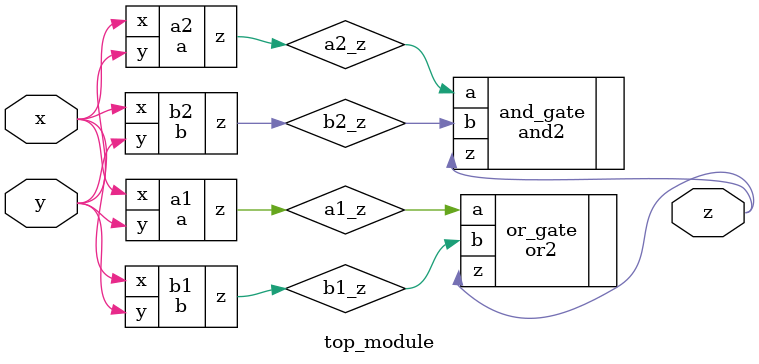
<source format=sv>
module a (
    input x,
    input y,
    output z
);

assign z = (x ^ y) & x;

endmodule
module b (
    input x,
    input y,
    output z
);

reg z;

always @(x or y)
begin
    case({x, y})
        2'b00: z = 1;
        2'b01: z = 0;
        2'b10: z = 0;
        2'b11: z = 1;
    endcase
end

assign z = z;

endmodule
module top_module(
    input x,
    input y,
    output z
);

wire a1_z, b1_z, a2_z, b2_z;

a a1(.x(x), .y(y), .z(a1_z));
b b1(.x(x), .y(y), .z(b1_z));
a a2(.x(x), .y(y), .z(a2_z));
b b2(.x(x), .y(y), .z(b2_z));

or2 or_gate(.a(a1_z), .b(b1_z), .z(z));
and2 and_gate(.a(a2_z), .b(b2_z), .z(z));

endmodule

</source>
